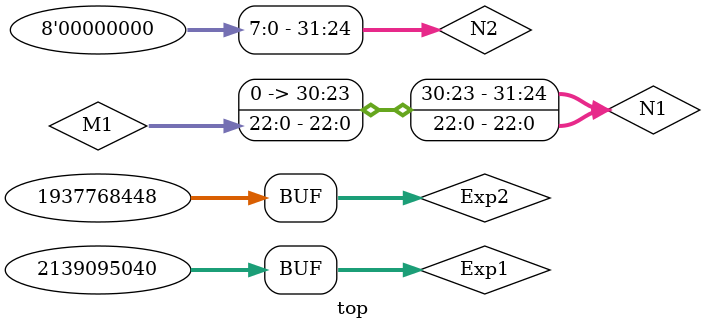
<source format=v>
`include "Tools/wallace.v"
`include "Tools/split.v"


module top;
    reg [31:0] Exp1,Exp2;   //inputs
    wire S1,S2,S3;          //Signs
    wire [7:0] E1,E2;       //Exponents
    wire [22:0] M1,M2;      //Mantissa

    reg [22:0]M3;       //Final Mantissa
    reg [7:0]E3;        //Final Exponent

    //SPLIT phase
    Split SP1(Exp1,S1,E1,M1);
    Split SP2(Exp2,S2,E2,M2);

    //MULTIPLICATION
    wire [31:0] N1,N2;   //TEMPORARY VAR
	wire [63:0] N3;
    wire [8:0] temp_E3;

    assign N1 = {{8'b0},|E1,M1};   //Reduction xor for handle zeroes
    assign N2 = {{8'b0},|E2,M2};   //and denormal numbers
   

    assign temp_E3=E1+E2-127; //adding the exponents and subtracting the bias to obtaim final exponent
    assign S3=S1^S2; //xor of sign bits to determine the final sign 
    
    wallace w(N2,N1,N3);

    //NORMALISING
	always@(*)	
	begin
		if(N3[47]==1)
		begin
            M3=N3[46:24]; //rounding off
            E3=temp_E3+1; //incrementing exponent by 1
        end
        else
        begin
            M3=N3[45:23]; //rounding off phase
            E3=temp_E3;
        end
        if(temp_E3>=255) 
            E3=8'b11111111;
	end

    reg [31:0] Final_exp;

    //Checking various cases
    always@(*)
    begin
        if(&E1 == 1'b1 && |M1 == 1'b0)          //INFINITY
            Final_exp={1'b0,8'b11111111,23'b0};
        else if(&E2 == 1'b1 && |M2 == 1'b0)     //INFINITY
            Final_exp={1'b0,8'b11111111,23'b0};
        else if(|E1 == 1'b0 && |M1 == 1'b0)     //ZERO
            Final_exp={32'b0};
        else if(|E2 == 1'b0 && |M2 == 1'b0)     //ZERO
            Final_exp={32'b0};
        else                                    //NORMAL CASE
            Final_exp={S3,E3,M3};
    end

	//TESTBENCHING
    initial
    begin
        #0  Exp1={9'b010000000,{23{1'b0}}}; Exp2={9'b010000001,{23{1'b0}}};                          //2*4 = 8
        #10 Exp1=32'b01000010111110100100000000000000; Exp2=32'b01000001010000010000000000000000;   //125.125*12.0625
        #10 Exp1=32'b01000000110010000000000000000000; Exp2=32'b01000000101111100110011001100110;   // 6.25*5.95
        #10 Exp1=32'b01111111100000000000000000000000; Exp2=32'b01110011100000000000000000000000;   //INFINTIY

    end
    initial
    begin
        $monitor($time, " Exp1: %b   Exp2: %b   Product: %b\n",Exp1,Exp2,Final_exp);
    end

endmodule
</source>
